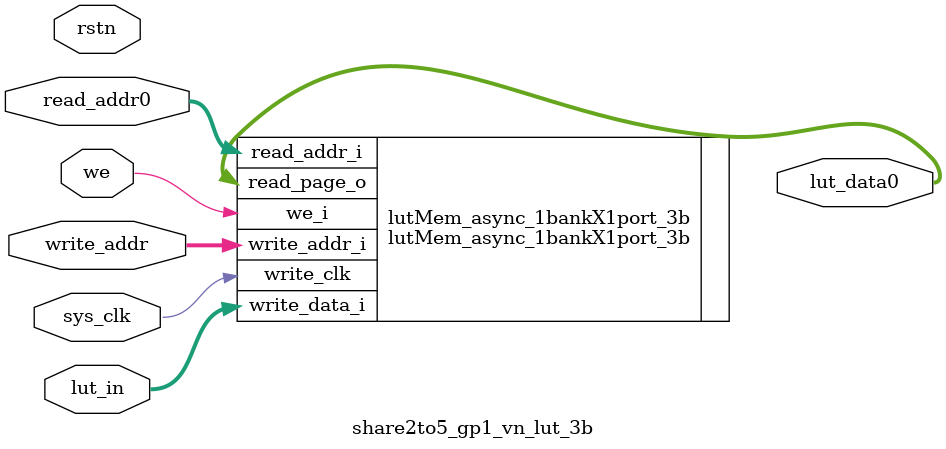
<source format=v>
`timescale 1ns/1ps


module vn_lut_areaEval (
    // share2to5_gp2_vn_lut_3b
    output wire [3-1:0] lut_data0_u0,
    input wire [5-1+1:0] read_addr0_u0,
    input wire [3-1:0] lut_in_u0,
    input wire [5-1+1:0] write_addr_u0,
    input wire we_u0,

    // share2to5_gp1_vn_lut_3b
    output wire [3-1:0] lut_data0_u1,
    input wire [4-1+1:0] read_addr0_u1,
    input wire [3-1:0] lut_in_u1,
    input wire [4-1+1:0] write_addr_u1,
    input wire we_u1,

    // share2to5_gp1_vn_lut_3b x 2 inst.
    output wire [3*2-1:0] lut_data0_u2,
    input wire [4*2-1+1:0] read_addr0_u2,
    input wire [3*2-1:0] lut_in_u2,
    input wire [4*2-1+1:0] write_addr_u2,
    input wire we_u2,

    // sym_vn_lut
    output wire [2:0] lut_data0_u3,
    output wire [2:0] lut_data1_u3,
    input wire [2:0] lut_in_replicate_0_u3,
    input wire [4+1:0] write_addr_replicate_0_u3,
    input wire [2:0] lut_in_replicate_1_u3,
    input wire [4+1:0] write_addr_replicate_1_u3,
    input wire [4+1:0] read_addr0_u3,
    input wire [4+1:0] read_addr1_u3,
    input wire we_u3,

    input wire write_clk,
    input wire sys_clk, //! exclusive bypass of read_clk and write_clk is switched at higher layer of hierarchy
    input wire rstn
);

share2to5_gp2_vn_lut_3b #(
  .MSG_BITWIDTH(3),
  .VN_LOAD_CYCLE(32*2),
  .RD_BITWIDTH(3),
  .RD_ADDR_BITWIDTH(5+1),
  .WR_BITWIDTH(3),
  .WR_ADDR_BITWIDTH (5+1)
) share2to5_gp2_vn_lut_3b_u0 (
  .lut_data0 (lut_data0_u0),
  .read_addr0 (read_addr0_u0),
  .lut_in (lut_in_u0),
  .write_addr (write_addr_u0),
  .we (we_u0),
  .sys_clk (sys_clk ),
  .rstn  ( rstn)
);

share2to5_gp1_vn_lut_3b #(
  .MSG_BITWIDTH(3),
  .VN_LOAD_CYCLE(16*2),
  .RD_BITWIDTH(3),
  .RD_ADDR_BITWIDTH(4+1),
  .WR_BITWIDTH(3),
  .WR_ADDR_BITWIDTH (4+1)
) share2to5_gp1_vn_lut_3b_u1 (
  .lut_data0 (lut_data0_u1),
  .read_addr0 (read_addr0_u1),
  .lut_in (lut_in_u1),
  .write_addr (write_addr_u1),
  .we (we_u1),
  .sys_clk (sys_clk ),
  .rstn  ( rstn)
);

share2to5_gp1_vn_lut_3b #(
  .MSG_BITWIDTH(3*2),
  .VN_LOAD_CYCLE(256*2),
  .RD_BITWIDTH(3*2),
  .RD_ADDR_BITWIDTH(4*2+1),
  .WR_BITWIDTH(3*2),
  .WR_ADDR_BITWIDTH (4*2+1)
) share2to5_gp1_vn_lut_3b_u2 (
  .lut_data0 (lut_data0_u2),
  .read_addr0 (read_addr0_u2),
  .lut_in (lut_in_u2),
  .write_addr (write_addr_u2),
  .we (we_u2),
  .sys_clk (sys_clk ),
  .rstn  ( rstn)
);

sym_vn_lut_3b #(
    .RD_ADDR_BITWIDTH(5+1),
    .WR_BITWIDTH(3),
    .WR_ADDR_BITWIDTH(5+1),
    .VN_LOAD_CYCLE(32*2)
) sym_vn_lut_u3 (
  .lut_data0 (lut_data0_u3 ),
  .lut_data1 (lut_data1_u3 ),
  .lut_in_replicate_0 (lut_in_replicate_0_u3 ),
  .write_addr_replicate_0 (write_addr_replicate_0_u3 ),
  .lut_in_replicate_1 (lut_in_replicate_1_u3 ),
  .write_addr_replicate_1 (write_addr_replicate_1_u3 ),
  .read_addr0 (read_addr0_u3 ),
  .read_addr1 (read_addr1_u3 ),
  .we (we_u3),
  .write_clk  (write_clk)
);
endmodule
//---------------------------------------------------------------------------------------------------------
/**
* Latest date: 5th March., 2023
* Developer: Bo-Yu Tseng
* Email: tsengs0@gamil.com
* Module name: share2to5_gp2_vn_lut_3b
* 
* # I/F
* 1) Output:
*
* 2) Input:
*
* # Param

* # Description

* # Dependencies
    1) Preprocessor to add any new special function register
        ./memShare_regList.vh
*
* # Remark
*	Type-0 Register: 7 bits wide
    Type-0 Register Array: 64 page
    Memory Cell: 64x7bit
*		LUT: 11
        Logic LUT: 4
        LUTRAM: 7
		FF: 13
        I/O: 30
        Freq: 400MHz
        WNS: +1.895 ns
        TNS: 0.0 ns
        WHS: +0.070 ns
        THS: 0.0 ns
        WPWS: 0.718 ns
        TPWS: 0.0 ns
**/
module share2to5_gp2_vn_lut_3b #(
    parameter MSG_BITWIDTH = 3,     //! bit width per qunatised/compressed message
    parameter VN_LOAD_CYCLE = 32,
    parameter RD_BITWIDTH = 3,      //! bit width of read data
    parameter RD_ADDR_BITWIDTH = 5, //! bit width of read address
    parameter WR_BITWIDTH = 3,      //! bit width of write data
    parameter WR_ADDR_BITWIDTH = 5  //! bit width of write address
) (
    output wire [MSG_BITWIDTH-1:0] lut_data0,
    
    input wire [RD_ADDR_BITWIDTH-1:0] read_addr0,
    input wire [WR_BITWIDTH-1:0] lut_in,
    input wire [WR_ADDR_BITWIDTH-1:0] write_addr,

    input wire we,
    input wire sys_clk, //! exclusive bypass of read_clk and write_clk is switched at higher layer of hierarchy
    input wire rstn
);
//`define SINGLE_PORT_RAM
//`define SDP_RAM
`define LUTRAM_INFER

`ifdef SINGLE_PORT_RAM
//---------------------------------------------
// IB-LUT memory cell
// Instantiation of single-port RAM
//---------------------------------------------
wire [RD_ADDR_BITWIDTH-1:0] access_addr;
lutMem_1bankX1port #(
    .QUAN_SIZE(MSG_BITWIDTH),
    .PAGE_NUM(VN_LOAD_CYCLE),
    .ADDR_BITWIDTH(RD_ADDR_BITWIDTH)
) lutMem_1bankX1port_regType0 (
    .read_page_o   (lut_data0),
    .write_data_i  (lut_in),
    .access_addr_i (access_addr),
    .we_i          (we),
    .sys_clk       (sys_clk)
);
assign access_addr[RD_ADDR_BITWIDTH-1:0] = (we == 1'b0) ? read_addr0[RD_ADDR_BITWIDTH-1:0] : write_addr[WR_ADDR_BITWIDTH-1:0];
`endif // SINGLE_PORT_RAM

`ifdef SDP_RAM
//---------------------------------------------
// IB-LUT memory cell
// Instantiation of Simple Dual-Port RAM
//---------------------------------------------
lutMem_1bank_sdp #(
	.QUAN_SIZE (MSG_BITWIDTH),
    .PAGE_NUM (VN_LOAD_CYCLE),
	.ADDR_BITWIDTH (RD_ADDR_BITWIDTH)
) lutMem_1bank_sdp (
    .read_page_o (lut_data0),
 
    .write_data_i (lut_in),
    .write_addr_i (write_addr),
    .read_addr_i (read_addr0),
    .we_i (we),
    .read_clk (sys_clk),
    .write_clk (sys_clk)
);
`endif // SDP_RAM

`ifdef LUTRAM_INFER
//---------------------------------------------
// IB-LUT memory cell
// Inferring the Xilinx LUTRAM
// Instantiation of Asynchronous single-port RAM
//---------------------------------------------
lutMem_async_1bankX1port_3b #(
    .QUAN_SIZE (MSG_BITWIDTH),
    .PAGE_NUM (VN_LOAD_CYCLE),
    .ADDR_BITWIDTH (RD_ADDR_BITWIDTH),
    .XILINX_LUTRAM_INFER (1)
) lutMem_async_1bankX1port_3b (
    .read_page_o (lut_data0),

    .read_addr_i (read_addr0),
    .write_data_i (lut_in),
    .write_addr_i (write_addr),
    .we_i (we),
    .write_clk (sys_clk)
);
`endif // LUTRAM_INFER
endmodule

/**
* Latest date: 5th March., 2023
* Developer: Bo-Yu Tseng
* Email: tsengs0@gamil.com
* Module name: share2to5_gp1_vn_lut_3b
* 
* # I/F
* 1) Output:
*
* 2) Input:
*
* # Param

* # Description

* # Dependencies
    1) Preprocessor to add any new special function register
        ./memShare_regList.vh
*
* # Remark
*	Type-0 Register: 7 bits wide
    Type-0 Register Array: 64 page
    Memory Cell: 64x7bit
*		LUT: 11
        Logic LUT: 4
        LUTRAM: 7
		FF: 13
        I/O: 30
        Freq: 400MHz
        WNS: +1.895 ns
        TNS: 0.0 ns
        WHS: +0.070 ns
        THS: 0.0 ns
        WPWS: 0.718 ns
        TPWS: 0.0 ns
**/
module share2to5_gp1_vn_lut_3b #(
    parameter MSG_BITWIDTH = 3,     //! bit width per qunatised/compressed message
    parameter VN_LOAD_CYCLE = 16,
    parameter RD_BITWIDTH = 3,      //! bit width of read data
    parameter RD_ADDR_BITWIDTH = 4, //! bit width of read address
    parameter WR_BITWIDTH = 3,      //! bit width of write data
    parameter WR_ADDR_BITWIDTH = 4  //! bit width of write address
) (
    output wire [MSG_BITWIDTH-1:0] lut_data0,
    
    input wire [RD_ADDR_BITWIDTH-1:0] read_addr0,
    input wire [WR_BITWIDTH-1:0] lut_in,
    input wire [WR_ADDR_BITWIDTH-1:0] write_addr,

    input wire we,
    input wire sys_clk, //! exclusive bypass of read_clk and write_clk is switched at higher layer of hierarchy
    input wire rstn
);

//`define SINGLE_PORT_RAM
//`define SDP_RAM
`define LUTRAM_INFER

`ifdef SINGLE_PORT_RAM
//---------------------------------------------
// IB-LUT memory cell
// Instantiation of single-port RAM
//---------------------------------------------
wire [RD_ADDR_BITWIDTH-1:0] access_addr;
lutMem_1bankX1port #(
    .QUAN_SIZE(MSG_BITWIDTH),
    .PAGE_NUM(VN_LOAD_CYCLE),
    .ADDR_BITWIDTH(RD_ADDR_BITWIDTH)
) lutMem_1bankX1port_regType0 (
    .read_page_o   (lut_data0),
    .write_data_i  (lut_in),
    .access_addr_i (access_addr),
    .we_i          (we),
    .sys_clk       (sys_clk)
);
assign access_addr[RD_ADDR_BITWIDTH-1:0] = (we == 1'b0) ? read_addr0[RD_ADDR_BITWIDTH-1:0] : write_addr[WR_ADDR_BITWIDTH-1:0];
`endif // SINGLE_PORT_RAM

`ifdef SDP_RAM
//---------------------------------------------
// IB-LUT memory cell
// Instantiation of Simple Dual-Port RAM
//---------------------------------------------
lutMem_1bank_sdp #(
	.QUAN_SIZE (MSG_BITWIDTH),
    .PAGE_NUM (VN_LOAD_CYCLE),
	.ADDR_BITWIDTH (RD_ADDR_BITWIDTH)
) lutMem_1bank_sdp (
    .read_page_o (lut_data0),
 
    .write_data_i (lut_in),
    .write_addr_i (write_addr),
    .read_addr_i (read_addr0),
    .we_i (we),
    .read_clk (sys_clk),
    .write_clk (sys_clk)
);
`endif // SDP_RAM

`ifdef LUTRAM_INFER
//---------------------------------------------
// IB-LUT memory cell
// Inferring the Xilinx LUTRAM
// Instantiation of Asynchronous single-port RAM
//---------------------------------------------
lutMem_async_1bankX1port_3b #(
    .QUAN_SIZE (MSG_BITWIDTH),
    .PAGE_NUM (VN_LOAD_CYCLE),
    .ADDR_BITWIDTH (RD_ADDR_BITWIDTH),
    .XILINX_LUTRAM_INFER (1)
) lutMem_async_1bankX1port_3b (
    .read_page_o (lut_data0),

    .read_addr_i (read_addr0),
    .write_data_i (lut_in),
    .write_addr_i (write_addr),
    .we_i (we),
    .write_clk (sys_clk)
);
`endif // LUTRAM_INFER
endmodule
</source>
